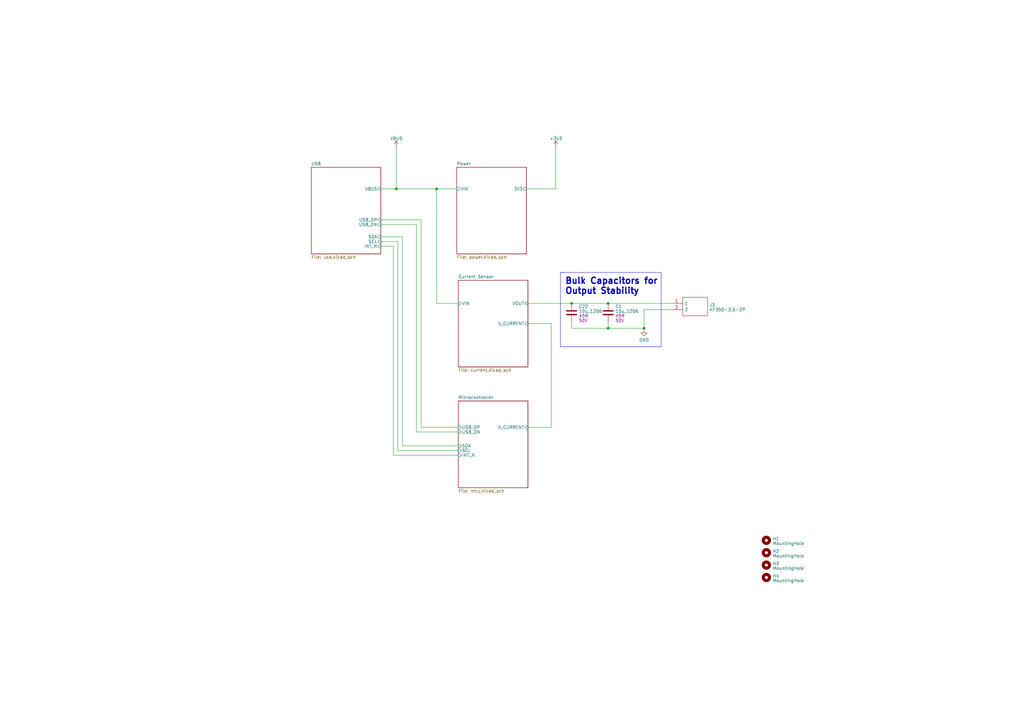
<source format=kicad_sch>
(kicad_sch (version 20230121) (generator eeschema)
  (paper "A3")
  (title_block (title "PowerPod") (date "2023-03-02") (rev "A"))
  (lib_symbols
    (symbol "Capacitor_JLC:10u_1206" (pin_numbers hide) (pin_names (offset 0.254))
      (property "Reference" "C" (at 0.635 2.54 0))
      (property "Value" "10u_1206" (at 0.635 -2.54 0))
      (property "Type" "X5R" (at 5.08 2.54 0))
      (property "Voltage" "50V" (at 5.08 0 0))
      (symbol "10u_1206_0_1"
        (polyline (pts (xy -2.032 -0.762) (xy 2.032 -0.762)) (stroke (width 0.508)))
        (polyline (pts (xy -2.032 0.762) (xy 2.032 0.762)) (stroke (width 0.508)))
      )
      (symbol "10u_1206_1_1"
        (pin passive line (at 0 3.81 270) (length 2.794) (name "~") (number "1"))
        (pin passive line (at 0 -3.81 90) (length 2.794) (name "~") (number "2"))
      )
    )
    (symbol "Connector_JLC:KF350-3.5-2P" (pin_names (offset 0.762))
      (property "Reference" "J" (at 16.51 7.62 0))
      (property "Value" "KF350-3.5-2P" (at 16.51 5.08 0))
      (symbol "KF350-3.5-2P_0_0"
        (pin passive line (at 0 0 0) (length 5.08) (name "1") (number "1"))
        (pin passive line (at 0 -2.54 0) (length 5.08) (name "2") (number "2"))
      )
      (symbol "KF350-3.5-2P_0_1"
        (polyline (pts (xy 5.08 2.54) (xy 15.24 2.54) (xy 15.24 -5.08) (xy 5.08 -5.08) (xy 5.08 2.54)) (stroke (width 0.1524)))
      )
    )
    (symbol "Mechanical:MountingHole" (pin_names (offset 1.016))
      (property "Reference" "H" (at 0 5.08 0))
      (property "Value" "MountingHole" (at 0 3.175 0))
      (symbol "MountingHole_0_1"
        (circle (center 0 0) (radius 1.27) (stroke (width 1.27)))
      )
    )
    (symbol "power:+3V3" (power) (pin_names (offset 0))
      (property "Value" "+3V3" (at 0 3.556 0))
      (symbol "+3V3_0_1"
        (polyline (pts (xy -0.762 1.27) (xy 0 2.54)))
        (polyline (pts (xy 0 0) (xy 0 2.54)))
        (polyline (pts (xy 0 2.54) (xy 0.762 1.27)))
      )
      (symbol "+3V3_1_1"
        (pin power_in line (at 0 0 90) (length 0) hide (name "+3V3") (number "1"))
      )
    )
    (symbol "power:GND" (power) (pin_names (offset 0))
      (property "Value" "GND" (at 0 -3.81 0))
      (symbol "GND_0_1"
        (polyline (pts (xy 0 0) (xy 0 -1.27) (xy 1.27 -1.27) (xy 0 -2.54) (xy -1.27 -1.27) (xy 0 -1.27)))
      )
      (symbol "GND_1_1"
        (pin power_in line (at 0 0 270) (length 0) hide (name "GND") (number "1"))
      )
    )
    (symbol "power:VBUS" (power) (pin_names (offset 0))
      (property "Value" "VBUS" (at 0 3.81 0))
      (symbol "VBUS_0_1"
        (polyline (pts (xy -0.762 1.27) (xy 0 2.54)))
        (polyline (pts (xy 0 0) (xy 0 2.54)))
        (polyline (pts (xy 0 2.54) (xy 0.762 1.27)))
      )
      (symbol "VBUS_1_1"
        (pin power_in line (at 0 0 90) (length 0) hide (name "VBUS") (number "1"))
      )
    )
  )
  (junction (at 162.56 77.47))
  (junction (at 249.428 124.46))
  (junction (at 264.16 134.62))
  (junction (at 179.07 77.47))
  (junction (at 249.428 134.62))
  (junction (at 234.442 124.46))
  (wire (pts (xy 172.72 175.26) (xy 187.96 175.26)))
  (wire (pts (xy 226.06 175.26) (xy 216.535 175.26)))
  (wire (pts (xy 264.16 127) (xy 264.16 134.62)))
  (polyline (pts (xy 229.87 111.76) (xy 231.14 111.76)))
  (wire (pts (xy 234.442 124.46) (xy 249.428 124.46)))
  (wire (pts (xy 165.1 182.88) (xy 165.1 97.155)))
  (wire (pts (xy 161.29 186.69) (xy 161.29 100.965)))
  (wire (pts (xy 249.428 132.08) (xy 249.428 134.62)))
  (wire (pts (xy 179.07 77.47) (xy 187.325 77.47)))
  (wire (pts (xy 163.195 184.785) (xy 187.96 184.785)))
  (wire (pts (xy 161.29 100.965) (xy 156.21 100.965)))
  (wire (pts (xy 234.442 134.62) (xy 249.428 134.62)))
  (wire (pts (xy 264.16 134.62) (xy 264.16 135.255)))
  (wire (pts (xy 156.21 99.06) (xy 163.195 99.06)))
  (wire (pts (xy 172.72 90.17) (xy 172.72 175.26)))
  (wire (pts (xy 156.21 90.17) (xy 172.72 90.17)))
  (wire (pts (xy 163.195 99.06) (xy 163.195 184.785)))
  (wire (pts (xy 170.815 177.165) (xy 170.815 92.075)))
  (polyline (pts (xy 271.145 142.24) (xy 229.87 142.24)))
  (wire (pts (xy 156.21 77.47) (xy 162.56 77.47)))
  (wire (pts (xy 216.535 124.46) (xy 234.442 124.46)))
  (polyline (pts (xy 271.145 111.76) (xy 271.145 142.24)))
  (wire (pts (xy 187.96 177.165) (xy 170.815 177.165)))
  (wire (pts (xy 187.96 124.46) (xy 179.07 124.46)))
  (wire (pts (xy 227.965 77.47) (xy 215.9 77.47)))
  (wire (pts (xy 274.955 127) (xy 264.16 127)))
  (wire (pts (xy 227.965 60.325) (xy 227.965 77.47)))
  (wire (pts (xy 179.07 124.46) (xy 179.07 77.47)))
  (wire (pts (xy 162.56 60.325) (xy 162.56 77.47)))
  (wire (pts (xy 170.815 92.075) (xy 156.21 92.075)))
  (wire (pts (xy 226.06 132.715) (xy 226.06 175.26)))
  (wire (pts (xy 249.428 134.62) (xy 264.16 134.62)))
  (polyline (pts (xy 229.87 142.24) (xy 229.87 111.76)))
  (wire (pts (xy 162.56 77.47) (xy 179.07 77.47)))
  (wire (pts (xy 165.1 97.155) (xy 156.21 97.155)))
  (wire (pts (xy 216.535 132.715) (xy 226.06 132.715)))
  (wire (pts (xy 234.442 132.08) (xy 234.442 134.62)))
  (wire (pts (xy 187.96 182.88) (xy 165.1 182.88)))
  (polyline (pts (xy 230.505 111.76) (xy 271.145 111.76)))
  (wire (pts (xy 187.96 186.69) (xy 161.29 186.69)))
  (wire (pts (xy 249.428 124.46) (xy 274.955 124.46)))
  (text "Bulk Capacitors for \nOutput Stability" (at 231.648 120.904 0) (effects (font (size 2.54 2.54) (thickness 0.508) bold) (justify left bottom)))
  (symbol (lib_id "power:VBUS") (at 162.56 60.325 0) (unit 1)
    (property "Reference" "#PWR04" (effects hide))
    (property "Value" "VBUS" (at 162.56 56.8231 0))
  )
  (symbol (lib_id "power:GND") (at 264.16 135.255 0) (unit 1)
    (property "Reference" "#PWR031" (effects hide))
    (property "Value" "GND" (at 264.16 139.3905 0))
  )
  (symbol (lib_id "Connector_JLC:KF350-3.5-2P") (at 274.955 124.46 0) (unit 1)
    (property "Reference" "J3" (at 290.9062 125.0863 0) (effects (justify left)))
    (property "Value" "KF350-3.5-2P" (at 290.9062 127.0073 0) (effects (justify left)))
    (property "Footprint" "KF350352P" (effects hide))
    (property "Datasheet" "https://datasheet.lcsc.com/szlcsc/2001160007_Cixi-Kefa-Elec-KF350-3-5-2P_C474892.pdf" (effects hide))
    (property "Description" "P=3.5mm Screw terminal RoHS 2 Pos" (effects hide))
    (property "Height" "8.8" (effects hide))
    (property "Manufacturer_Name" "CIXI KEFA ELECTRONICS" (effects hide))
    (property "Manufacturer_Part_Number" "KF350-3.5-2P" (effects hide))
    (property "LCSC" "C474892" (effects hide))
  )
  (symbol (lib_id "Mechanical:MountingHole") (at 314.325 236.855 0) (unit 1)
    (property "Reference" "H4" (at 316.865 236.2113 0) (effects (justify left)))
    (property "Value" "MountingHole" (at 316.865 238.1323 0) (effects (justify left)))
    (property "Footprint" "MountingHole:MountingHole_2.2mm_M2" (effects hide))
  )
  (symbol (lib_id "Mechanical:MountingHole") (at 314.325 221.615 0) (unit 1)
    (property "Reference" "H1" (at 316.865 220.9713 0) (effects (justify left)))
    (property "Value" "MountingHole" (at 316.865 222.8923 0) (effects (justify left)))
    (property "Footprint" "MountingHole:MountingHole_2.2mm_M2" (effects hide))
  )
  (symbol (lib_id "power:+3V3") (at 227.965 60.325 0) (unit 1)
    (property "Reference" "#PWR01" (effects hide))
    (property "Value" "+3V3" (at 227.965 56.8231 0))
  )
  (symbol (lib_id "Mechanical:MountingHole") (at 314.325 226.695 0) (unit 1)
    (property "Reference" "H2" (at 316.865 226.0513 0) (effects (justify left)))
    (property "Value" "MountingHole" (at 316.865 227.9723 0) (effects (justify left)))
    (property "Footprint" "MountingHole:MountingHole_2.2mm_M2" (effects hide))
  )
  (symbol (lib_id "Capacitor_JLC:10u_1206") (at 234.442 128.27 0) (unit 1)
    (property "Reference" "C22" (at 237.363 125.7053 0) (effects (justify left)))
    (property "Value" "10u_1206" (at 237.363 127.6263 0) (effects (justify left)))
    (property "Footprint" "Capacitor_SMD:C_1206_3216Metric" (effects hide))
    (property "Datasheet" "https://datasheet.lcsc.com/lcsc/1912111437_TDK-C3216X7R1V106MT000E_C361179.pdf" (effects hide))
    (property "Type" "X5R" (at 237.363 129.5473 0) (effects (justify left)))
    (property "LCSC" "C466808" (effects hide))
    (property "Voltage" "50V" (at 237.363 131.4683 0) (effects (justify left)))
  )
  (symbol (lib_id "Capacitor_JLC:10u_1206") (at 249.428 128.27 0) (unit 1)
    (property "Reference" "C1" (at 252.349 125.7053 0) (effects (justify left)))
    (property "Value" "10u_1206" (at 252.349 127.6263 0) (effects (justify left)))
    (property "Footprint" "Capacitor_SMD:C_1206_3216Metric" (effects hide))
    (property "Datasheet" "https://datasheet.lcsc.com/lcsc/1912111437_TDK-C3216X7R1V106MT000E_C361179.pdf" (effects hide))
    (property "Type" "X5R" (at 252.349 129.5473 0) (effects (justify left)))
    (property "LCSC" "C466808" (effects hide))
    (property "Voltage" "50V" (at 252.349 131.4683 0) (effects (justify left)))
  )
  (symbol (lib_id "Mechanical:MountingHole") (at 314.325 231.775 0) (unit 1)
    (property "Reference" "H3" (at 316.865 231.1313 0) (effects (justify left)))
    (property "Value" "MountingHole" (at 316.865 233.0523 0) (effects (justify left)))
    (property "Footprint" "MountingHole:MountingHole_2.2mm_M2" (effects hide))
  )
  (sheet (at 187.96 114.935) (size 28.575 35.56) (stroke (width 0.1524))
    (property "Sheetname" "Current Sensor" (at 187.96 114.2234 0) (effects (justify left bottom)))
    (property "Sheetfile" "current.kicad_sch" (at 187.96 151.0796 0) (effects (justify left top)))
    (pin "VIN" input (at 187.96 124.46 180))
    (pin "VOUT" input (at 216.535 124.46 0))
    (pin "V_CURRENT" input (at 216.535 132.715 0))
  )
  (sheet (at 127.635 68.58) (size 28.575 35.56) (stroke (width 0.1524))
    (property "Sheetname" "USB" (at 127.635 67.8684 0) (effects (justify left bottom)))
    (property "Sheetfile" "usb.kicad_sch" (at 127.635 104.7246 0) (effects (justify left top)))
    (pin "VBUS" input (at 156.21 77.47 0))
    (pin "USB_DP" input (at 156.21 90.17 0))
    (pin "USB_DN" input (at 156.21 92.075 0))
    (pin "SDA" input (at 156.21 97.155 0))
    (pin "SCL" input (at 156.21 99.06 0))
    (pin "INT_N" input (at 156.21 100.965 0))
  )
  (sheet (at 187.325 68.58) (size 28.575 35.56) (stroke (width 0.1524))
    (property "Sheetname" "Power" (at 187.325 67.8684 0) (effects (justify left bottom)))
    (property "Sheetfile" "power.kicad_sch" (at 187.325 104.7246 0) (effects (justify left top)))
    (pin "VIN" input (at 187.325 77.47 180))
    (pin "3V3" input (at 215.9 77.47 0))
  )
  (sheet (at 187.96 164.465) (size 28.575 35.56) (stroke (width 0.1524))
    (property "Sheetname" "Microcontroller" (at 187.96 163.7534 0) (effects (justify left bottom)))
    (property "Sheetfile" "mcu.kicad_sch" (at 187.96 200.6096 0) (effects (justify left top)))
    (pin "V_CURRENT" input (at 216.535 175.26 0))
    (pin "SDA" input (at 187.96 182.88 180))
    (pin "USB_DN" input (at 187.96 177.165 180))
    (pin "INT_N" input (at 187.96 186.69 180))
    (pin "SCL" input (at 187.96 184.785 180))
    (pin "USB_DP" input (at 187.96 175.26 180))
  )
)
</source>
